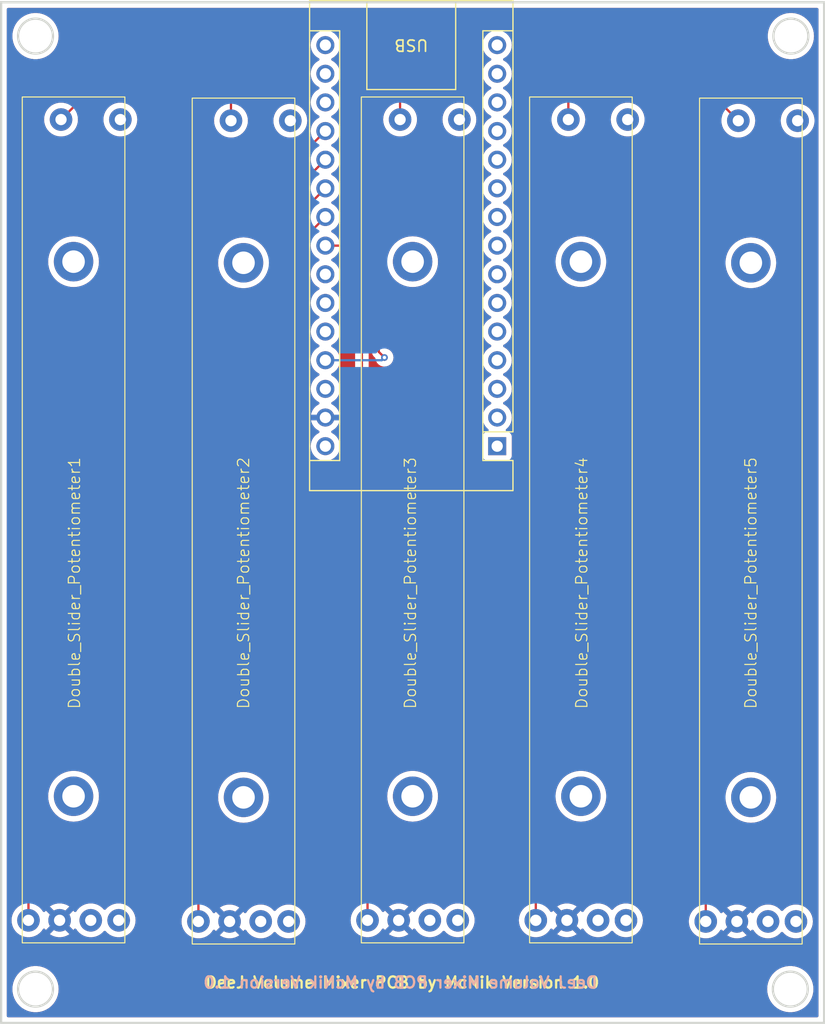
<source format=kicad_pcb>
(kicad_pcb (version 20240108) (generator "pcbnew") (generator_version "8.0")
  (layers (0 "F.Cu" signal) (31 "B.Cu" signal) (34 "B.Paste" user) (35 "F.Paste" user) (36 "B.SilkS" user "B.Silkscreen") (37 "F.SilkS" user "F.Silkscreen") (38 "B.Mask" user) (39 "F.Mask" user) (44 "Edge.Cuts" user))
  (net 0 "")
  (net 5 "Net-(A1-A4)")
  (net 6 "Net-(A1-A1)")
  (net 16 "Net-(A1-A0)")
  (net 20 "Net-(A1-A2)")
  (net 21 "Net-(A1-A3)")
  (net 44 "GND")
  (net 45 "+5V")
  (footprint "Niks_Footprints:Potentiometer B103 Slider 75x9.1mm" (layer "F.Cu") (at 109.95 100)
    (property "Reference" "Double_Slider_Potentiometer5" (at 4.55 -32 90) (layer "F.SilkS") (effects (font (thickness 0.1))))
    (property "Value" "~")
    (fp_rect (start 0 -75) (end 9.1 0) (stroke (width 0.1)) (fill none) (layer "F.SilkS"))
    (pad "1" thru_hole circle (at 0.55 -2) (size 2 2) (drill 1) (layers "*.Cu" "*.Mask") (net 5 "Net-(A1-A4)"))
    (pad "2" thru_hole circle (at 3.312 -2) (size 2 2) (drill 1) (layers "*.Cu" "*.Mask") (net 44 "GND"))
    (pad "3" thru_hole circle (at 6.074 -2) (size 2 2) (drill 1) (layers "*.Cu" "*.Mask"))
    (pad "4" thru_hole circle (at 8.55 -2) (size 2 2) (drill 1) (layers "*.Cu" "*.Mask"))
    (pad "5" thru_hole circle (at 3.438 -73) (size 2 2) (drill 1) (layers "*.Cu" "*.Mask") (net 45 "+5V"))
    (pad "6" thru_hole circle (at 8.7 -73) (size 2 2) (drill 1) (layers "*.Cu" "*.Mask"))
    (pad "7" thru_hole circle (at 4.55 -13) (size 3.5 3.5) (drill 2) (layers "*.Cu" "*.Mask"))
    (pad "8" thru_hole circle (at 4.55 -60.4) (size 3.5 3.5) (drill 2) (layers "*.Cu" "*.Mask"))
  )
  (footprint "Module:Arduino_Nano" (layer "F.Cu") (at 92 55.86 180)
    (property "Reference" "A1" (hide yes))
    (property "Value" "Arduino_Nano_v3.x")
    (fp_line (start 16.64 39.5) (end 16.64 -3.94) (stroke (width 0.12)) (layer "F.SilkS"))
    (fp_line (start 16.64 39.5) (end 11.56 39.5) (stroke (width 0.12)) (layer "F.SilkS"))
    (fp_line (start 16.64 -3.94) (end -1.4 -3.94) (stroke (width 0.12)) (layer "F.SilkS"))
    (fp_line (start 13.97 36.83) (end 16.64 36.83) (stroke (width 0.12)) (layer "F.SilkS"))
    (fp_line (start 13.97 -1.27) (end 16.64 -1.27) (stroke (width 0.12)) (layer "F.SilkS"))
    (fp_line (start 13.97 -1.27) (end 13.97 36.83) (stroke (width 0.12)) (layer "F.SilkS"))
    (fp_line (start 11.56 39.5) (end 3.68 39.5) (stroke (width 0.12)) (layer "F.SilkS"))
    (fp_line (start 11.56 31.62) (end 11.56 39.5) (stroke (width 0.12)) (layer "F.SilkS"))
    (fp_line (start 3.68 39.5) (end 3.68 31.62) (stroke (width 0.12)) (layer "F.SilkS"))
    (fp_line (start 3.68 31.62) (end 11.56 31.62) (stroke (width 0.12)) (layer "F.SilkS"))
    (fp_line (start 1.27 36.83) (end -1.4 36.83) (stroke (width 0.12)) (layer "F.SilkS"))
    (fp_line (start 1.27 1.27) (end 1.27 36.83) (stroke (width 0.12)) (layer "F.SilkS"))
    (fp_line (start 1.27 1.27) (end 1.27 -1.27) (stroke (width 0.12)) (layer "F.SilkS"))
    (fp_line (start 1.27 1.27) (end -1.4 1.27) (stroke (width 0.12)) (layer "F.SilkS"))
    (fp_line (start 1.27 -1.27) (end -1.4 -1.27) (stroke (width 0.12)) (layer "F.SilkS"))
    (fp_line (start -1.4 39.5) (end 3.68 39.5) (stroke (width 0.12)) (layer "F.SilkS"))
    (fp_line (start -1.4 1.27) (end -1.4 39.5) (stroke (width 0.12)) (layer "F.SilkS"))
    (fp_line (start -1.4 -3.94) (end -1.4 -1.27) (stroke (width 0.12)) (layer "F.SilkS"))
    (fp_text user "USB" (at 7.62 35.56 180) (layer "F.SilkS"))
    (pad "1" thru_hole rect (at 0 0 180) (size 1.6 1.6) (drill 1) (layers "*.Cu" "*.Mask"))
    (pad "2" thru_hole oval (at 0 2.54 180) (size 1.6 1.6) (drill 1) (layers "*.Cu" "*.Mask"))
    (pad "3" thru_hole oval (at 0 5.08 180) (size 1.6 1.6) (drill 1) (layers "*.Cu" "*.Mask"))
    (pad "4" thru_hole oval (at 0 7.62 180) (size 1.6 1.6) (drill 1) (layers "*.Cu" "*.Mask"))
    (pad "5" thru_hole oval (at 0 10.16 180) (size 1.6 1.6) (drill 1) (layers "*.Cu" "*.Mask"))
    (pad "6" thru_hole oval (at 0 12.7 180) (size 1.6 1.6) (drill 1) (layers "*.Cu" "*.Mask"))
    (pad "7" thru_hole oval (at 0 15.24 180) (size 1.6 1.6) (drill 1) (layers "*.Cu" "*.Mask"))
    (pad "8" thru_hole oval (at 0 17.78 180) (size 1.6 1.6) (drill 1) (layers "*.Cu" "*.Mask"))
    (pad "9" thru_hole oval (at 0 20.32 180) (size 1.6 1.6) (drill 1) (layers "*.Cu" "*.Mask"))
    (pad "10" thru_hole oval (at 0 22.86 180) (size 1.6 1.6) (drill 1) (layers "*.Cu" "*.Mask"))
    (pad "11" thru_hole oval (at 0 25.4 180) (size 1.6 1.6) (drill 1) (layers "*.Cu" "*.Mask"))
    (pad "12" thru_hole oval (at 0 27.94 180) (size 1.6 1.6) (drill 1) (layers "*.Cu" "*.Mask"))
    (pad "13" thru_hole oval (at 0 30.48 180) (size 1.6 1.6) (drill 1) (layers "*.Cu" "*.Mask"))
    (pad "14" thru_hole oval (at 0 33.02 180) (size 1.6 1.6) (drill 1) (layers "*.Cu" "*.Mask"))
    (pad "15" thru_hole oval (at 0 35.56 180) (size 1.6 1.6) (drill 1) (layers "*.Cu" "*.Mask"))
    (pad "16" thru_hole oval (at 15.24 35.56 180) (size 1.6 1.6) (drill 1) (layers "*.Cu" "*.Mask"))
    (pad "17" thru_hole oval (at 15.24 33.02 180) (size 1.6 1.6) (drill 1) (layers "*.Cu" "*.Mask"))
    (pad "18" thru_hole oval (at 15.24 30.48 180) (size 1.6 1.6) (drill 1) (layers "*.Cu" "*.Mask"))
    (pad "19" thru_hole oval (at 15.24 27.94 180) (size 1.6 1.6) (drill 1) (layers "*.Cu" "*.Mask") (net 16 "Net-(A1-A0)"))
    (pad "20" thru_hole oval (at 15.24 25.4 180) (size 1.6 1.6) (drill 1) (layers "*.Cu" "*.Mask") (net 6 "Net-(A1-A1)"))
    (pad "21" thru_hole oval (at 15.24 22.86 180) (size 1.6 1.6) (drill 1) (layers "*.Cu" "*.Mask") (net 20 "Net-(A1-A2)"))
    (pad "22" thru_hole oval (at 15.24 20.32 180) (size 1.6 1.6) (drill 1) (layers "*.Cu" "*.Mask") (net 21 "Net-(A1-A3)"))
    (pad "23" thru_hole oval (at 15.24 17.78 180) (size 1.6 1.6) (drill 1) (layers "*.Cu" "*.Mask") (net 5 "Net-(A1-A4)"))
    (pad "24" thru_hole oval (at 15.24 15.24 180) (size 1.6 1.6) (drill 1) (layers "*.Cu" "*.Mask"))
    (pad "25" thru_hole oval (at 15.24 12.7 180) (size 1.6 1.6) (drill 1) (layers "*.Cu" "*.Mask"))
    (pad "26" thru_hole oval (at 15.24 10.16 180) (size 1.6 1.6) (drill 1) (layers "*.Cu" "*.Mask"))
    (pad "27" thru_hole oval (at 15.24 7.62 180) (size 1.6 1.6) (drill 1) (layers "*.Cu" "*.Mask") (net 45 "+5V"))
    (pad "28" thru_hole oval (at 15.24 5.08 180) (size 1.6 1.6) (drill 1) (layers "*.Cu" "*.Mask"))
    (pad "29" thru_hole oval (at 15.24 2.54 180) (size 1.6 1.6) (drill 1) (layers "*.Cu" "*.Mask") (net 44 "GND"))
    (pad "30" thru_hole oval (at 15.24 0 180) (size 1.6 1.6) (drill 1) (layers "*.Cu" "*.Mask"))
  )
  (footprint "Niks_Footprints:Potentiometer B103 Slider 75x9.1mm" (layer "F.Cu") (at 64.95 100)
    (property "Reference" "Double_Slider_Potentiometer2" (at 4.55 -32 90) (layer "F.SilkS") (effects (font (thickness 0.1))))
    (property "Value" "~")
    (fp_rect (start 0 -75) (end 9.1 0) (stroke (width 0.1)) (fill none) (layer "F.SilkS"))
    (pad "1" thru_hole circle (at 0.55 -2) (size 2 2) (drill 1) (layers "*.Cu" "*.Mask") (net 6 "Net-(A1-A1)"))
    (pad "2" thru_hole circle (at 3.312 -2) (size 2 2) (drill 1) (layers "*.Cu" "*.Mask") (net 44 "GND"))
    (pad "3" thru_hole circle (at 6.074 -2) (size 2 2) (drill 1) (layers "*.Cu" "*.Mask"))
    (pad "4" thru_hole circle (at 8.55 -2) (size 2 2) (drill 1) (layers "*.Cu" "*.Mask"))
    (pad "5" thru_hole circle (at 3.438 -73) (size 2 2) (drill 1) (layers "*.Cu" "*.Mask") (net 45 "+5V"))
    (pad "6" thru_hole circle (at 8.7 -73) (size 2 2) (drill 1) (layers "*.Cu" "*.Mask"))
    (pad "7" thru_hole circle (at 4.55 -13) (size 3.5 3.5) (drill 2) (layers "*.Cu" "*.Mask"))
    (pad "8" thru_hole circle (at 4.55 -60.4) (size 3.5 3.5) (drill 2) (layers "*.Cu" "*.Mask"))
  )
  (footprint "Niks_Footprints:Potentiometer B103 Slider 75x9.1mm" (layer "F.Cu") (at 49.875 99.9)
    (property "Reference" "Double_Slider_Potentiometer1" (at 4.625 -31.9 90) (layer "F.SilkS") (effects (font (thickness 0.1))))
    (property "Value" "~")
    (fp_rect (start 0 -75) (end 9.1 0) (stroke (width 0.1)) (fill none) (layer "F.SilkS"))
    (pad "1" thru_hole circle (at 0.55 -2) (size 2 2) (drill 1) (layers "*.Cu" "*.Mask") (net 16 "Net-(A1-A0)"))
    (pad "2" thru_hole circle (at 3.312 -2) (size 2 2) (drill 1) (layers "*.Cu" "*.Mask") (net 44 "GND"))
    (pad "3" thru_hole circle (at 6.074 -2) (size 2 2) (drill 1) (layers "*.Cu" "*.Mask"))
    (pad "4" thru_hole circle (at 8.55 -2) (size 2 2) (drill 1) (layers "*.Cu" "*.Mask"))
    (pad "5" thru_hole circle (at 3.438 -73) (size 2 2) (drill 1) (layers "*.Cu" "*.Mask") (net 45 "+5V"))
    (pad "6" thru_hole circle (at 8.7 -73) (size 2 2) (drill 1) (layers "*.Cu" "*.Mask"))
    (pad "7" thru_hole circle (at 4.55 -13) (size 3.5 3.5) (drill 2) (layers "*.Cu" "*.Mask"))
    (pad "8" thru_hole circle (at 4.55 -60.4) (size 3.5 3.5) (drill 2) (layers "*.Cu" "*.Mask"))
  )
  (footprint "Niks_Footprints:Potentiometer B103 Slider 75x9.1mm" (layer "F.Cu") (at 94.875 99.9)
    (property "Reference" "Double_Slider_Potentiometer4" (at 4.625 -31.9 90) (layer "F.SilkS") (effects (font (thickness 0.1))))
    (property "Value" "~")
    (fp_rect (start 0 -75) (end 9.1 0) (stroke (width 0.1)) (fill none) (layer "F.SilkS"))
    (pad "1" thru_hole circle (at 0.55 -2) (size 2 2) (drill 1) (layers "*.Cu" "*.Mask") (net 21 "Net-(A1-A3)"))
    (pad "2" thru_hole circle (at 3.312 -2) (size 2 2) (drill 1) (layers "*.Cu" "*.Mask") (net 44 "GND"))
    (pad "3" thru_hole circle (at 6.074 -2) (size 2 2) (drill 1) (layers "*.Cu" "*.Mask"))
    (pad "4" thru_hole circle (at 8.55 -2) (size 2 2) (drill 1) (layers "*.Cu" "*.Mask"))
    (pad "5" thru_hole circle (at 3.438 -73) (size 2 2) (drill 1) (layers "*.Cu" "*.Mask") (net 45 "+5V"))
    (pad "6" thru_hole circle (at 8.7 -73) (size 2 2) (drill 1) (layers "*.Cu" "*.Mask"))
    (pad "7" thru_hole circle (at 4.55 -13) (size 3.5 3.5) (drill 2) (layers "*.Cu" "*.Mask"))
    (pad "8" thru_hole circle (at 4.55 -60.4) (size 3.5 3.5) (drill 2) (layers "*.Cu" "*.Mask"))
  )
  (footprint "Niks_Footprints:Potentiometer B103 Slider 75x9.1mm" (layer "F.Cu") (at 79.95 99.9)
    (property "Reference" "Double_Slider_Potentiometer3" (at 4.35 -31.9 90) (layer "F.SilkS") (effects (font (thickness 0.1))))
    (property "Value" "~")
    (fp_rect (start 0 -75) (end 9.1 0) (stroke (width 0.1)) (fill none) (layer "F.SilkS"))
    (pad "1" thru_hole circle (at 0.55 -2) (size 2 2) (drill 1) (layers "*.Cu" "*.Mask") (net 20 "Net-(A1-A2)"))
    (pad "2" thru_hole circle (at 3.312 -2) (size 2 2) (drill 1) (layers "*.Cu" "*.Mask") (net 44 "GND"))
    (pad "3" thru_hole circle (at 6.074 -2) (size 2 2) (drill 1) (layers "*.Cu" "*.Mask"))
    (pad "4" thru_hole circle (at 8.55 -2) (size 2 2) (drill 1) (layers "*.Cu" "*.Mask"))
    (pad "5" thru_hole circle (at 3.438 -73) (size 2 2) (drill 1) (layers "*.Cu" "*.Mask") (net 45 "+5V"))
    (pad "6" thru_hole circle (at 8.7 -73) (size 2 2) (drill 1) (layers "*.Cu" "*.Mask"))
    (pad "7" thru_hole circle (at 4.55 -13) (size 3.5 3.5) (drill 2) (layers "*.Cu" "*.Mask"))
    (pad "8" thru_hole circle (at 4.55 -60.4) (size 3.5 3.5) (drill 2) (layers "*.Cu" "*.Mask"))
  )
  (gr_circle (center 51.05 104) (end 52.6 104) (stroke (width 0.2)) (fill none) (layer "Edge.Cuts"))
  (gr_circle (center 51.05 19.5) (end 52.6 19.5) (stroke (width 0.2)) (fill none) (layer "Edge.Cuts"))
  (gr_rect (start 48 16.5) (end 121 107) (stroke (width 0.2)) (fill none) (layer "Edge.Cuts"))
  (gr_circle (center 118 104) (end 119.55 104) (stroke (width 0.2)) (fill none) (layer "Edge.Cuts"))
  (gr_circle (center 118.05 19.5) (end 119.6 19.5) (stroke (width 0.2)) (fill none) (layer "Edge.Cuts"))
  (gr_text "DeeJ Volume Mixer PCB by McNik Version 1.0" (at 101 104 0) (layer "B.SilkS") (effects (font (size 1 1) (thickness 0.2) (bold yes)) (justify left bottom mirror)))
  (gr_text "DeeJ Volume Mixer PCB by McNik Version 1.0" (at 66 104 -0) (layer "F.SilkS") (effects (font (size 1 1) (thickness 0.2) (bold yes)) (justify left bottom)))
  (segment (start 110.5 91) (end 80 60.5) (width 0.2) (layer "F.Cu") (net 5))
  (segment (start 78.08 38.08) (end 76.76 38.08) (width 0.2) (layer "F.Cu") (net 5))
  (segment (start 80 40) (end 78.08 38.08) (width 0.2) (layer "F.Cu") (net 5))
  (segment (start 110.5 98) (end 110.5 91) (width 0.2) (layer "F.Cu") (net 5))
  (segment (start 80 60.5) (end 80 40) (width 0.2) (layer "F.Cu") (net 5))
  (segment (start 72.5 41.5) (end 72.5 34.72) (width 0.2) (layer "F.Cu") (net 6))
  (segment (start 65.5 98) (end 65.5 48.5) (width 0.2) (layer "F.Cu") (net 6))
  (segment (start 72.5 34.72) (end 76.76 30.46) (width 0.2) (layer "F.Cu") (net 6))
  (segment (start 65.5 48.5) (end 72.5 41.5) (width 0.2) (layer "F.Cu") (net 6))
  (segment (start 50.425 54.255) (end 76.76 27.92) (width 0.2) (layer "F.Cu") (net 16))
  (segment (start 50.425 97.9) (end 50.425 54.255) (width 0.2) (layer "F.Cu") (net 16))
  (segment (start 73.5 67) (end 73.5 36.26) (width 0.2) (layer "F.Cu") (net 20))
  (segment (start 80.5 97.9) (end 80.5 74) (width 0.2) (layer "F.Cu") (net 20))
  (segment (start 73.5 36.26) (end 76.76 33) (width 0.2) (layer "F.Cu") (net 20))
  (segment (start 80.5 74) (end 73.5 67) (width 0.2) (layer "F.Cu") (net 20))
  (segment (start 95.425 86.925) (end 95.425 97.9) (width 0.2) (layer "F.Cu") (net 21))
  (segment (start 74.5 37.5) (end 74.5 66) (width 0.2) (layer "F.Cu") (net 21))
  (segment (start 76.76 35.54) (end 74.8 37.5) (width 0.2) (layer "F.Cu") (net 21))
  (segment (start 74.5 66) (end 95.425 86.925) (width 0.2) (layer "F.Cu") (net 21))
  (segment (start 74.8 37.5) (end 74.5 37.5) (width 0.2) (layer "F.Cu") (net 21))
  (segment (start 68.388 27) (end 68.388 18.612) (width 0.2) (layer "F.Cu") (net 45))
  (segment (start 83.388 18.612) (end 83.5 18.5) (width 0.2) (layer "F.Cu") (net 45))
  (segment (start 98.5 18.5) (end 105 18.5) (width 0.2) (layer "F.Cu") (net 45))
  (segment (start 83.388 26.9) (end 83.388 18.612) (width 0.2) (layer "F.Cu") (net 45))
  (segment (start 83.5 18.5) (end 98.5 18.5) (width 0.2) (layer "F.Cu") (net 45))
  (segment (start 68.5 18.5) (end 80 18.5) (width 0.2) (layer "F.Cu") (net 45))
  (segment (start 105 18.612) (end 113.388 27) (width 0.2) (layer "F.Cu") (net 45))
  (segment (start 105 18.5) (end 105 18.612) (width 0.2) (layer "F.Cu") (net 45))
  (segment (start 98.313 18.687) (end 98.5 18.5) (width 0.2) (layer "F.Cu") (net 45))
  (segment (start 81.5 47.5) (end 82 48) (width 0.2) (layer "F.Cu") (net 45))
  (segment (start 68.388 18.612) (end 68.5 18.5) (width 0.2) (layer "F.Cu") (net 45))
  (segment (start 80.5 19) (end 80.5 38) (width 0.2) (layer "F.Cu") (net 45))
  (segment (start 80 18.5) (end 80.5 19) (width 0.2) (layer "F.Cu") (net 45))
  (segment (start 81.5 39) (end 81.5 47.5) (width 0.2) (layer "F.Cu") (net 45))
  (segment (start 80 18.5) (end 83.5 18.5) (width 0.2) (layer "F.Cu") (net 45))
  (segment (start 98.313 26.9) (end 98.313 18.687) (width 0.2) (layer "F.Cu") (net 45))
  (segment (start 80.5 38) (end 81.5 39) (width 0.2) (layer "F.Cu") (net 45))
  (segment (start 53.313 26.9) (end 61.713 18.5) (width 0.2) (layer "F.Cu") (net 45))
  (segment (start 61.713 18.5) (end 68.5 18.5) (width 0.2) (layer "F.Cu") (net 45))
  (via (at 82 48) (size 0.6) (drill 0.3) (layers "F.Cu" "B.Cu") (net 45))
  (segment (start 81.76 48.24) (end 76.76 48.24) (width 0.2) (layer "B.Cu") (net 45))
  (segment (start 82 48) (end 81.76 48.24) (width 0.2) (layer "B.Cu") (net 45))
  (zone (net 44) (net_name "GND") (layer "F.Cu") (connect_pads (clearance 0.5)) (min_thickness 0.25) (fill yes (thermal_gap 0.5) (thermal_bridge_width 0.5))
    (polygon (pts (xy 48 107) (xy 121 107) (xy 121 16.5) (xy 48 16.5)))
  )
  (zone (net 44) (net_name "GND") (layer "B.Cu") (priority 1) (connect_pads (clearance 0.5)) (min_thickness 0.25) (fill yes (thermal_gap 0.5) (thermal_bridge_width 0.5))
    (polygon (pts (xy 48 16.5) (xy 48.008427 107) (xy 121.008427 107) (xy 121 16.5)))
  )
)
</source>
